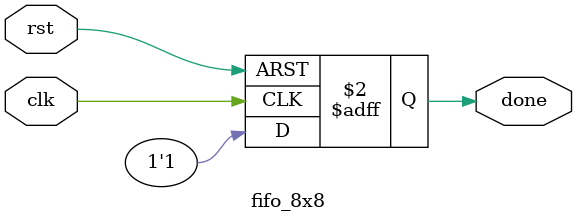
<source format=v>

module fifo_8x8(input clk, input rst, output reg done);
    always @(posedge clk or posedge rst) begin
        if (rst)
            done <= 0;
        else
            done <= 1;
    end
endmodule

</source>
